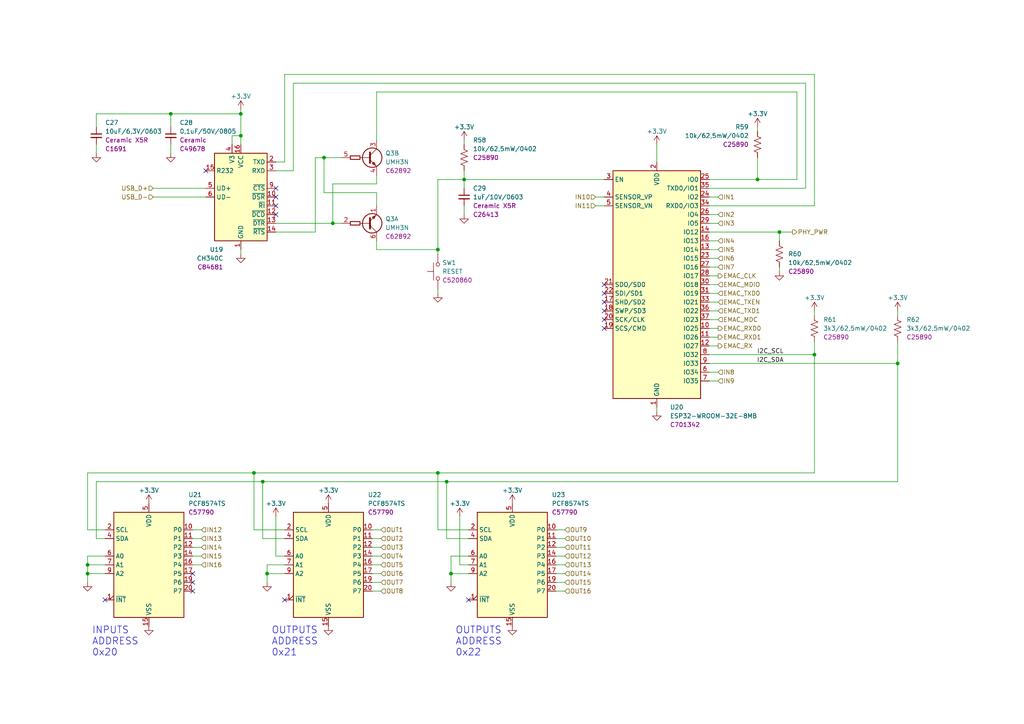
<source format=kicad_sch>
(kicad_sch (version 20211123) (generator eeschema)
  (paper "A4")
  (title_block (title "ESP 16x 24VDC Input 16x External Relay Output Module") (date "2022-10-20") (rev "V1"))
  (lib_symbols
    (symbol "Device:C_Small" (pin_numbers hide) (pin_names (offset 0.254) hide)
      (property "Reference" "C" (at 0.254 1.778 0))
      (property "Value" "C_Small" (at 0.254 -2.032 0))
      (symbol "C_Small_0_1"
        (polyline (pts (xy -1.524 -0.508) (xy 1.524 -0.508)) (stroke (width 0.3302)))
        (polyline (pts (xy -1.524 0.508) (xy 1.524 0.508)) (stroke (width 0.3048)))
      )
      (symbol "C_Small_1_1"
        (pin passive line (at 0 2.54 270) (length 2.032) (name "~") (number "1"))
        (pin passive line (at 0 -2.54 90) (length 2.032) (name "~") (number "2"))
      )
    )
    (symbol "Device:R_US" (pin_numbers hide) (pin_names (offset 0))
      (property "Reference" "R" (at 2.54 0 90))
      (property "Value" "R_US" (at -2.54 0 90))
      (symbol "R_US_0_1"
        (polyline (pts (xy 0 -2.286) (xy 0 -2.54)))
        (polyline (pts (xy 0 2.286) (xy 0 2.54)))
        (polyline (pts (xy 0 -0.762) (xy 1.016 -1.143) (xy 0 -1.524) (xy -1.016 -1.905) (xy 0 -2.286)))
        (polyline (pts (xy 0 0.762) (xy 1.016 0.381) (xy 0 0) (xy -1.016 -0.381) (xy 0 -0.762)))
        (polyline (pts (xy 0 2.286) (xy 1.016 1.905) (xy 0 1.524) (xy -1.016 1.143) (xy 0 0.762)))
      )
      (symbol "R_US_1_1"
        (pin passive line (at 0 3.81 270) (length 1.27) (name "~") (number "1"))
        (pin passive line (at 0 -3.81 90) (length 1.27) (name "~") (number "2"))
      )
    )
    (symbol "Interface_Expansion:PCF8574TS"
      (property "Reference" "U" (at -8.89 16.51 0))
      (property "Value" "PCF8574TS" (at 3.81 16.51 0))
      (symbol "PCF8574TS_0_1"
        (rectangle (start -10.16 15.24) (end 10.16 -15.24) (stroke (width 0.254)) (fill (type background)))
      )
      (symbol "PCF8574TS_1_1"
        (pin open_collector output_low (at -12.7 -10.16 0) (length 2.54) (name "~{INT}") (number "1"))
        (pin bidirectional line (at 12.7 10.16 180) (length 2.54) (name "P0") (number "10"))
        (pin bidirectional line (at 12.7 7.62 180) (length 2.54) (name "P1") (number "11"))
        (pin bidirectional line (at 12.7 5.08 180) (length 2.54) (name "P2") (number "12"))
        (pin no_connect line (at -10.16 -5.08 0) (length 2.54) hide (name "NC") (number "13"))
        (pin bidirectional line (at 12.7 2.54 180) (length 2.54) (name "P3") (number "14"))
        (pin power_in line (at 0 -17.78 90) (length 2.54) (name "VSS") (number "15"))
        (pin bidirectional line (at 12.7 0 180) (length 2.54) (name "P4") (number "16"))
        (pin bidirectional line (at 12.7 -2.54 180) (length 2.54) (name "P5") (number "17"))
        (pin no_connect line (at -10.16 -7.62 0) (length 2.54) hide (name "NC") (number "18"))
        (pin bidirectional line (at 12.7 -5.08 180) (length 2.54) (name "P6") (number "19"))
        (pin input line (at -12.7 10.16 0) (length 2.54) (name "SCL") (number "2"))
        (pin bidirectional line (at 12.7 -7.62 180) (length 2.54) (name "P7") (number "20"))
        (pin no_connect line (at 10.16 -10.16 180) (length 2.54) hide (name "NC") (number "3"))
        (pin bidirectional line (at -12.7 7.62 0) (length 2.54) (name "SDA") (number "4"))
        (pin power_in line (at 0 17.78 270) (length 2.54) (name "VDD") (number "5"))
        (pin input line (at -12.7 2.54 0) (length 2.54) (name "A0") (number "6"))
        (pin input line (at -12.7 0 0) (length 2.54) (name "A1") (number "7"))
        (pin no_connect line (at 10.16 -12.7 180) (length 2.54) hide (name "NC") (number "8"))
        (pin input line (at -12.7 -2.54 0) (length 2.54) (name "A2") (number "9"))
      )
    )
    (symbol "Interface_USB:CH340C"
      (property "Reference" "U" (at -5.08 13.97 0))
      (property "Value" "CH340C" (at 1.27 13.97 0))
      (symbol "CH340C_0_1"
        (rectangle (start -7.62 12.7) (end 7.62 -12.7) (stroke (width 0.254)) (fill (type background)))
      )
      (symbol "CH340C_1_1"
        (pin power_in line (at 0 -15.24 90) (length 2.54) (name "GND") (number "1"))
        (pin input line (at 10.16 0 180) (length 2.54) (name "~{DSR}") (number "10"))
        (pin input line (at 10.16 -2.54 180) (length 2.54) (name "~{RI}") (number "11"))
        (pin input line (at 10.16 -5.08 180) (length 2.54) (name "~{DCD}") (number "12"))
        (pin output line (at 10.16 -7.62 180) (length 2.54) (name "~{DTR}") (number "13"))
        (pin output line (at 10.16 -10.16 180) (length 2.54) (name "~{RTS}") (number "14"))
        (pin input line (at -10.16 7.62 0) (length 2.54) (name "R232") (number "15"))
        (pin power_in line (at 0 15.24 270) (length 2.54) (name "VCC") (number "16"))
        (pin output line (at 10.16 10.16 180) (length 2.54) (name "TXD") (number "2"))
        (pin input line (at 10.16 7.62 180) (length 2.54) (name "RXD") (number "3"))
        (pin passive line (at -2.54 15.24 270) (length 2.54) (name "V3") (number "4"))
        (pin bidirectional line (at -10.16 2.54 0) (length 2.54) (name "UD+") (number "5"))
        (pin bidirectional line (at -10.16 0 0) (length 2.54) (name "UD-") (number "6"))
        (pin no_connect line (at -7.62 -7.62 0) (length 2.54) hide (name "NC") (number "7"))
        (pin no_connect line (at -7.62 -10.16 0) (length 2.54) hide (name "NC") (number "8"))
        (pin input line (at 10.16 2.54 180) (length 2.54) (name "~{CTS}") (number "9"))
      )
    )
    (symbol "RF_Module:ESP32-WROOM-32"
      (property "Reference" "U" (at -12.7 34.29 0))
      (property "Value" "ESP32-WROOM-32" (at 1.27 34.29 0))
      (symbol "ESP32-WROOM-32_0_1"
        (rectangle (start -12.7 33.02) (end 12.7 -33.02) (stroke (width 0.254)) (fill (type background)))
      )
      (symbol "ESP32-WROOM-32_1_1"
        (pin power_in line (at 0 -35.56 90) (length 2.54) (name "GND") (number "1"))
        (pin bidirectional line (at 15.24 -12.7 180) (length 2.54) (name "IO25") (number "10"))
        (pin bidirectional line (at 15.24 -15.24 180) (length 2.54) (name "IO26") (number "11"))
        (pin bidirectional line (at 15.24 -17.78 180) (length 2.54) (name "IO27") (number "12"))
        (pin bidirectional line (at 15.24 10.16 180) (length 2.54) (name "IO14") (number "13"))
        (pin bidirectional line (at 15.24 15.24 180) (length 2.54) (name "IO12") (number "14"))
        (pin passive line (at 0 -35.56 90) (length 2.54) hide (name "GND") (number "15"))
        (pin bidirectional line (at 15.24 12.7 180) (length 2.54) (name "IO13") (number "16"))
        (pin bidirectional line (at -15.24 -5.08 0) (length 2.54) (name "SHD/SD2") (number "17"))
        (pin bidirectional line (at -15.24 -7.62 0) (length 2.54) (name "SWP/SD3") (number "18"))
        (pin bidirectional line (at -15.24 -12.7 0) (length 2.54) (name "SCS/CMD") (number "19"))
        (pin power_in line (at 0 35.56 270) (length 2.54) (name "VDD") (number "2"))
        (pin bidirectional line (at -15.24 -10.16 0) (length 2.54) (name "SCK/CLK") (number "20"))
        (pin bidirectional line (at -15.24 0 0) (length 2.54) (name "SDO/SD0") (number "21"))
        (pin bidirectional line (at -15.24 -2.54 0) (length 2.54) (name "SDI/SD1") (number "22"))
        (pin bidirectional line (at 15.24 7.62 180) (length 2.54) (name "IO15") (number "23"))
        (pin bidirectional line (at 15.24 25.4 180) (length 2.54) (name "IO2") (number "24"))
        (pin bidirectional line (at 15.24 30.48 180) (length 2.54) (name "IO0") (number "25"))
        (pin bidirectional line (at 15.24 20.32 180) (length 2.54) (name "IO4") (number "26"))
        (pin bidirectional line (at 15.24 5.08 180) (length 2.54) (name "IO16") (number "27"))
        (pin bidirectional line (at 15.24 2.54 180) (length 2.54) (name "IO17") (number "28"))
        (pin bidirectional line (at 15.24 17.78 180) (length 2.54) (name "IO5") (number "29"))
        (pin input line (at -15.24 30.48 0) (length 2.54) (name "EN") (number "3"))
        (pin bidirectional line (at 15.24 0 180) (length 2.54) (name "IO18") (number "30"))
        (pin bidirectional line (at 15.24 -2.54 180) (length 2.54) (name "IO19") (number "31"))
        (pin no_connect line (at -12.7 -27.94 0) (length 2.54) hide (name "NC") (number "32"))
        (pin bidirectional line (at 15.24 -5.08 180) (length 2.54) (name "IO21") (number "33"))
        (pin bidirectional line (at 15.24 22.86 180) (length 2.54) (name "RXD0/IO3") (number "34"))
        (pin bidirectional line (at 15.24 27.94 180) (length 2.54) (name "TXD0/IO1") (number "35"))
        (pin bidirectional line (at 15.24 -7.62 180) (length 2.54) (name "IO22") (number "36"))
        (pin bidirectional line (at 15.24 -10.16 180) (length 2.54) (name "IO23") (number "37"))
        (pin passive line (at 0 -35.56 90) (length 2.54) hide (name "GND") (number "38"))
        (pin passive line (at 0 -35.56 90) (length 2.54) hide (name "GND") (number "39"))
        (pin input line (at -15.24 25.4 0) (length 2.54) (name "SENSOR_VP") (number "4"))
        (pin input line (at -15.24 22.86 0) (length 2.54) (name "SENSOR_VN") (number "5"))
        (pin input line (at 15.24 -25.4 180) (length 2.54) (name "IO34") (number "6"))
        (pin input line (at 15.24 -27.94 180) (length 2.54) (name "IO35") (number "7"))
        (pin bidirectional line (at 15.24 -20.32 180) (length 2.54) (name "IO32") (number "8"))
        (pin bidirectional line (at 15.24 -22.86 180) (length 2.54) (name "IO33") (number "9"))
      )
    )
    (symbol "Switch:SW_Push" (pin_numbers hide) (pin_names (offset 1.016) hide)
      (property "Reference" "SW" (at 1.27 2.54 0))
      (property "Value" "SW_Push" (at 0 -1.524 0))
      (symbol "SW_Push_0_1"
        (circle (center -2.032 0) (radius 0.508))
        (polyline (pts (xy 0 1.27) (xy 0 3.048)))
        (polyline (pts (xy 2.54 1.27) (xy -2.54 1.27)))
        (circle (center 2.032 0) (radius 0.508))
        (pin passive line (at -5.08 0 0) (length 2.54) (name "1") (number "1"))
        (pin passive line (at 5.08 0 180) (length 2.54) (name "2") (number "2"))
      )
    )
    (symbol "Tales:+3.3V" (power) (pin_names (offset 0))
      (property "Value" "+3.3V" (at 0 3.556 0))
      (symbol "+3.3V_0_1"
        (polyline (pts (xy -0.762 1.27) (xy 0 2.54)))
        (polyline (pts (xy 0 0) (xy 0 2.54)))
        (polyline (pts (xy 0 2.54) (xy 0.762 1.27)))
      )
      (symbol "+3.3V_1_1"
        (pin power_in line (at 0 0 90) (length 0) hide (name "+3.3V") (number "1"))
      )
    )
    (symbol "Transistor_BJT:UMH3N" (pin_names hide)
      (property "Reference" "Q" (at 7.62 1.27 0))
      (property "Value" "UMH3N" (at 7.62 -1.27 0))
      (symbol "UMH3N_0_1"
        (polyline (pts (xy 3.175 0) (xy 0.254 0)))
        (polyline (pts (xy 3.175 0.635) (xy 5.08 2.54)))
        (polyline (pts (xy 3.175 1.524) (xy 3.175 -1.524)) (stroke (width 0.508)))
        (polyline (pts (xy 3.175 -0.635) (xy 5.08 -2.54) (xy 5.08 -2.54)))
        (polyline (pts (xy 3.81 -1.778) (xy 4.318 -1.27) (xy 4.826 -2.286) (xy 3.81 -1.778) (xy 3.81 -1.778)) (fill (type outline)))
        (rectangle (start 0.254 0.508) (end -2.54 -0.508) (stroke (width 0.254)))
        (circle (center 3.81 0) (radius 2.8194) (stroke (width 0.254)))
      )
      (symbol "UMH3N_1_1"
        (pin passive line (at 5.08 -5.08 90) (length 2.54) (name "E1") (number "1"))
        (pin input line (at -5.08 0 0) (length 2.54) (name "B1") (number "2"))
        (pin passive line (at 5.08 5.08 270) (length 2.54) (name "C1") (number "6"))
      )
      (symbol "UMH3N_2_1"
        (pin passive line (at 5.08 5.08 270) (length 2.54) (name "C2") (number "3"))
        (pin passive line (at 5.08 -5.08 90) (length 2.54) (name "E2") (number "4"))
        (pin input line (at -5.08 0 0) (length 2.54) (name "B2") (number "5"))
      )
    )
    (symbol "power:+3.3V" (power) (pin_names (offset 0))
      (property "Value" "+3.3V" (at 0 3.556 0))
      (symbol "+3.3V_0_1"
        (polyline (pts (xy -0.762 1.27) (xy 0 2.54)))
        (polyline (pts (xy 0 0) (xy 0 2.54)))
        (polyline (pts (xy 0 2.54) (xy 0.762 1.27)))
      )
      (symbol "+3.3V_1_1"
        (pin power_in line (at 0 0 90) (length 0) hide (name "+3.3V") (number "1"))
      )
    )
    (symbol "power:GND" (power) (pin_names (offset 0))
      (property "Value" "GND" (at 0 -3.81 0))
      (symbol "GND_0_1"
        (polyline (pts (xy 0 0) (xy 0 -1.27) (xy 1.27 -1.27) (xy 0 -2.54) (xy -1.27 -1.27) (xy 0 -1.27)))
      )
      (symbol "GND_1_1"
        (pin power_in line (at 0 0 270) (length 0) hide (name "GND") (number "1"))
      )
    )
  )
  (junction (at 69.85 33.02))
  (junction (at 77.47 166.37))
  (junction (at 236.22 102.87))
  (junction (at 129.54 139.7))
  (junction (at 127 137.16))
  (junction (at 49.53 33.02))
  (junction (at 260.35 105.41))
  (junction (at 134.62 52.07))
  (junction (at 73.66 137.16))
  (junction (at 130.81 166.37))
  (junction (at 219.71 52.07))
  (junction (at 76.2 139.7))
  (junction (at 93.98 45.72))
  (junction (at 25.4 166.37))
  (junction (at 96.52 64.77))
  (junction (at 69.85 39.37))
  (junction (at 226.06 67.31))
  (junction (at 127 72.39))
  (junction (at 25.4 163.83))
  (no_connect (at 175.26 95.25))
  (no_connect (at 80.01 57.15))
  (no_connect (at 135.89 173.99))
  (no_connect (at 55.88 166.37))
  (no_connect (at 175.26 82.55))
  (no_connect (at 80.01 62.23))
  (no_connect (at 59.69 49.53))
  (no_connect (at 175.26 87.63))
  (no_connect (at 175.26 90.17))
  (no_connect (at 55.88 168.91))
  (no_connect (at 80.01 59.69))
  (no_connect (at 55.88 171.45))
  (no_connect (at 82.55 173.99))
  (no_connect (at 80.01 54.61))
  (no_connect (at 175.26 92.71))
  (no_connect (at 30.48 173.99))
  (no_connect (at 175.26 85.09))
  (wire (pts (xy 134.62 59.69) (xy 134.62 62.23)))
  (wire (pts (xy 205.74 90.17) (xy 208.28 90.17)))
  (wire (pts (xy 205.74 110.49) (xy 208.28 110.49)))
  (wire (pts (xy 260.35 105.41) (xy 260.35 139.7)))
  (wire (pts (xy 27.94 41.91) (xy 27.94 44.45)))
  (wire (pts (xy 69.85 72.39) (xy 69.85 73.66)))
  (wire (pts (xy 161.29 153.67) (xy 163.83 153.67)))
  (wire (pts (xy 91.44 67.31) (xy 91.44 45.72)))
  (wire (pts (xy 135.89 156.21) (xy 129.54 156.21)))
  (wire (pts (xy 161.29 163.83) (xy 163.83 163.83)))
  (wire (pts (xy 161.29 158.75) (xy 163.83 158.75)))
  (wire (pts (xy 175.26 57.15) (xy 172.72 57.15)))
  (wire (pts (xy 25.4 166.37) (xy 30.48 166.37)))
  (wire (pts (xy 55.88 161.29) (xy 58.42 161.29)))
  (wire (pts (xy 205.74 95.25) (xy 208.28 95.25)))
  (wire (pts (xy 27.94 156.21) (xy 27.94 139.7)))
  (wire (pts (xy 205.74 69.85) (xy 208.28 69.85)))
  (wire (pts (xy 44.45 57.15) (xy 59.69 57.15)))
  (wire (pts (xy 205.74 64.77) (xy 208.28 64.77)))
  (wire (pts (xy 77.47 163.83) (xy 77.47 166.37)))
  (wire (pts (xy 205.74 74.93) (xy 208.28 74.93)))
  (wire (pts (xy 109.22 26.67) (xy 231.14 26.67)))
  (wire (pts (xy 134.62 54.61) (xy 134.62 52.07)))
  (wire (pts (xy 133.35 149.86) (xy 133.35 163.83)))
  (wire (pts (xy 55.88 163.83) (xy 58.42 163.83)))
  (wire (pts (xy 134.62 40.64) (xy 134.62 41.91)))
  (wire (pts (xy 205.74 100.33) (xy 208.28 100.33)))
  (wire (pts (xy 130.81 166.37) (xy 135.89 166.37)))
  (wire (pts (xy 55.88 158.75) (xy 58.42 158.75)))
  (wire (pts (xy 205.74 92.71) (xy 208.28 92.71)))
  (wire (pts (xy 205.74 82.55) (xy 208.28 82.55)))
  (wire (pts (xy 236.22 90.17) (xy 236.22 91.44)))
  (wire (pts (xy 205.74 87.63) (xy 208.28 87.63)))
  (wire (pts (xy 44.45 54.61) (xy 59.69 54.61)))
  (wire (pts (xy 130.81 161.29) (xy 130.81 166.37)))
  (wire (pts (xy 127 153.67) (xy 127 137.16)))
  (wire (pts (xy 130.81 166.37) (xy 130.81 168.91)))
  (wire (pts (xy 107.95 166.37) (xy 110.49 166.37)))
  (wire (pts (xy 69.85 33.02) (xy 69.85 39.37)))
  (wire (pts (xy 76.2 156.21) (xy 76.2 139.7)))
  (wire (pts (xy 107.95 168.91) (xy 110.49 168.91)))
  (wire (pts (xy 205.74 67.31) (xy 226.06 67.31)))
  (wire (pts (xy 69.85 39.37) (xy 69.85 41.91)))
  (wire (pts (xy 190.5 41.91) (xy 190.5 46.99)))
  (wire (pts (xy 80.01 49.53) (xy 85.09 49.53)))
  (wire (pts (xy 226.06 67.31) (xy 229.87 67.31)))
  (wire (pts (xy 82.55 156.21) (xy 76.2 156.21)))
  (wire (pts (xy 77.47 166.37) (xy 77.47 168.91)))
  (wire (pts (xy 93.98 45.72) (xy 99.06 45.72)))
  (wire (pts (xy 85.09 24.13) (xy 85.09 49.53)))
  (wire (pts (xy 233.68 24.13) (xy 233.68 54.61)))
  (wire (pts (xy 76.2 139.7) (xy 129.54 139.7)))
  (wire (pts (xy 49.53 33.02) (xy 69.85 33.02)))
  (wire (pts (xy 205.74 77.47) (xy 208.28 77.47)))
  (wire (pts (xy 109.22 40.64) (xy 109.22 26.67)))
  (wire (pts (xy 107.95 171.45) (xy 110.49 171.45)))
  (wire (pts (xy 127 137.16) (xy 236.22 137.16)))
  (wire (pts (xy 190.5 118.11) (xy 190.5 119.38)))
  (wire (pts (xy 80.01 46.99) (xy 82.55 46.99)))
  (wire (pts (xy 205.74 80.01) (xy 208.28 80.01)))
  (wire (pts (xy 30.48 153.67) (xy 25.4 153.67)))
  (wire (pts (xy 25.4 137.16) (xy 73.66 137.16)))
  (wire (pts (xy 231.14 52.07) (xy 219.71 52.07)))
  (wire (pts (xy 80.01 149.86) (xy 80.01 161.29)))
  (wire (pts (xy 161.29 166.37) (xy 163.83 166.37)))
  (wire (pts (xy 82.55 21.59) (xy 236.22 21.59)))
  (wire (pts (xy 93.98 45.72) (xy 93.98 55.88)))
  (wire (pts (xy 49.53 41.91) (xy 49.53 44.45)))
  (wire (pts (xy 219.71 45.72) (xy 219.71 52.07)))
  (wire (pts (xy 161.29 156.21) (xy 163.83 156.21)))
  (wire (pts (xy 134.62 52.07) (xy 175.26 52.07)))
  (wire (pts (xy 73.66 153.67) (xy 73.66 137.16)))
  (wire (pts (xy 107.95 158.75) (xy 110.49 158.75)))
  (wire (pts (xy 91.44 45.72) (xy 93.98 45.72)))
  (wire (pts (xy 135.89 161.29) (xy 130.81 161.29)))
  (wire (pts (xy 27.94 139.7) (xy 76.2 139.7)))
  (wire (pts (xy 161.29 171.45) (xy 163.83 171.45)))
  (wire (pts (xy 205.74 62.23) (xy 208.28 62.23)))
  (wire (pts (xy 80.01 161.29) (xy 82.55 161.29)))
  (wire (pts (xy 27.94 36.83) (xy 27.94 33.02)))
  (wire (pts (xy 80.01 64.77) (xy 96.52 64.77)))
  (wire (pts (xy 49.53 33.02) (xy 49.53 36.83)))
  (wire (pts (xy 25.4 161.29) (xy 25.4 163.83)))
  (wire (pts (xy 233.68 54.61) (xy 205.74 54.61)))
  (wire (pts (xy 135.89 163.83) (xy 133.35 163.83)))
  (wire (pts (xy 96.52 53.34) (xy 96.52 64.77)))
  (wire (pts (xy 107.95 163.83) (xy 110.49 163.83)))
  (wire (pts (xy 109.22 53.34) (xy 96.52 53.34)))
  (wire (pts (xy 226.06 77.47) (xy 226.06 78.74)))
  (wire (pts (xy 69.85 31.75) (xy 69.85 33.02)))
  (wire (pts (xy 175.26 59.69) (xy 172.72 59.69)))
  (wire (pts (xy 226.06 67.31) (xy 226.06 69.85)))
  (wire (pts (xy 236.22 59.69) (xy 205.74 59.69)))
  (wire (pts (xy 161.29 161.29) (xy 163.83 161.29)))
  (wire (pts (xy 109.22 55.88) (xy 93.98 55.88)))
  (wire (pts (xy 25.4 161.29) (xy 30.48 161.29)))
  (wire (pts (xy 82.55 163.83) (xy 77.47 163.83)))
  (wire (pts (xy 129.54 139.7) (xy 260.35 139.7)))
  (wire (pts (xy 135.89 153.67) (xy 127 153.67)))
  (wire (pts (xy 205.74 105.41) (xy 260.35 105.41)))
  (wire (pts (xy 27.94 33.02) (xy 49.53 33.02)))
  (wire (pts (xy 205.74 57.15) (xy 208.28 57.15)))
  (wire (pts (xy 67.31 41.91) (xy 67.31 39.37)))
  (wire (pts (xy 107.95 156.21) (xy 110.49 156.21)))
  (wire (pts (xy 107.95 153.67) (xy 110.49 153.67)))
  (wire (pts (xy 205.74 102.87) (xy 236.22 102.87)))
  (wire (pts (xy 25.4 163.83) (xy 25.4 166.37)))
  (wire (pts (xy 82.55 153.67) (xy 73.66 153.67)))
  (wire (pts (xy 127 72.39) (xy 127 73.66)))
  (wire (pts (xy 109.22 69.85) (xy 109.22 72.39)))
  (wire (pts (xy 82.55 46.99) (xy 82.55 21.59)))
  (wire (pts (xy 129.54 156.21) (xy 129.54 139.7)))
  (wire (pts (xy 260.35 90.17) (xy 260.35 91.44)))
  (wire (pts (xy 134.62 49.53) (xy 134.62 52.07)))
  (wire (pts (xy 205.74 85.09) (xy 208.28 85.09)))
  (wire (pts (xy 25.4 166.37) (xy 25.4 168.91)))
  (wire (pts (xy 236.22 21.59) (xy 236.22 59.69)))
  (wire (pts (xy 161.29 168.91) (xy 163.83 168.91)))
  (wire (pts (xy 231.14 26.67) (xy 231.14 52.07)))
  (wire (pts (xy 55.88 153.67) (xy 58.42 153.67)))
  (wire (pts (xy 260.35 99.06) (xy 260.35 105.41)))
  (wire (pts (xy 205.74 72.39) (xy 208.28 72.39)))
  (wire (pts (xy 73.66 137.16) (xy 127 137.16)))
  (wire (pts (xy 30.48 163.83) (xy 25.4 163.83)))
  (wire (pts (xy 109.22 59.69) (xy 109.22 55.88)))
  (wire (pts (xy 107.95 161.29) (xy 110.49 161.29)))
  (wire (pts (xy 205.74 97.79) (xy 208.28 97.79)))
  (wire (pts (xy 30.48 156.21) (xy 27.94 156.21)))
  (wire (pts (xy 219.71 36.83) (xy 219.71 38.1)))
  (wire (pts (xy 25.4 153.67) (xy 25.4 137.16)))
  (wire (pts (xy 109.22 72.39) (xy 127 72.39)))
  (wire (pts (xy 80.01 67.31) (xy 91.44 67.31)))
  (wire (pts (xy 127 83.82) (xy 127 85.09)))
  (wire (pts (xy 55.88 156.21) (xy 58.42 156.21)))
  (wire (pts (xy 109.22 50.8) (xy 109.22 53.34)))
  (wire (pts (xy 127 52.07) (xy 134.62 52.07)))
  (wire (pts (xy 219.71 52.07) (xy 205.74 52.07)))
  (wire (pts (xy 236.22 99.06) (xy 236.22 102.87)))
  (wire (pts (xy 236.22 137.16) (xy 236.22 102.87)))
  (wire (pts (xy 77.47 166.37) (xy 82.55 166.37)))
  (wire (pts (xy 85.09 24.13) (xy 233.68 24.13)))
  (wire (pts (xy 96.52 64.77) (xy 99.06 64.77)))
  (wire (pts (xy 127 72.39) (xy 127 52.07)))
  (wire (pts (xy 205.74 107.95) (xy 208.28 107.95)))
  (wire (pts (xy 67.31 39.37) (xy 69.85 39.37)))
  (text "OUTPUTS\nADDRESS\n0x21" (at 78.74 190.5 0) (effects (font (size 2 2)) (justify left bottom)))
  (text "OUTPUTS\nADDRESS\n0x22" (at 132.08 190.5 0) (effects (font (size 2 2)) (justify left bottom)))
  (text "INPUTS\nADDRESS\n0x20" (at 26.67 190.5 0) (effects (font (size 2 2)) (justify left bottom)))
  (label "I2C_SCL" (at 227.33 102.87 180))
  (label "I2C_SDA" (at 227.33 105.41 180))
  (hierarchical_label "IN4" (shape input) (at 208.28 69.85 0))
  (hierarchical_label "OUT9" (shape input) (at 163.83 153.67 0))
  (hierarchical_label "IN5" (shape input) (at 208.28 72.39 0))
  (hierarchical_label "PHY_PWR" (shape output) (at 229.87 67.31 0))
  (hierarchical_label "IN8" (shape input) (at 208.28 107.95 0))
  (hierarchical_label "IN9" (shape input) (at 208.28 110.49 0))
  (hierarchical_label "EMAC_MDIO" (shape input) (at 208.28 82.55 0))
  (hierarchical_label "EMAC_TXD1" (shape input) (at 208.28 90.17 0))
  (hierarchical_label "EMAC_RX" (shape output) (at 208.28 100.33 0))
  (hierarchical_label "OUT16" (shape input) (at 163.83 171.45 0))
  (hierarchical_label "IN6" (shape input) (at 208.28 74.93 0))
  (hierarchical_label "EMAC_CLK" (shape output) (at 208.28 80.01 0))
  (hierarchical_label "IN14" (shape input) (at 58.42 158.75 0))
  (hierarchical_label "OUT8" (shape input) (at 110.49 171.45 0))
  (hierarchical_label "OUT2" (shape input) (at 110.49 156.21 0))
  (hierarchical_label "IN16" (shape input) (at 58.42 163.83 0))
  (hierarchical_label "EMAC_RXD1" (shape output) (at 208.28 97.79 0))
  (hierarchical_label "OUT15" (shape input) (at 163.83 168.91 0))
  (hierarchical_label "EMAC_TXEN" (shape input) (at 208.28 87.63 0))
  (hierarchical_label "IN15" (shape input) (at 58.42 161.29 0))
  (hierarchical_label "EMAC_RXD0" (shape output) (at 208.28 95.25 0))
  (hierarchical_label "IN11" (shape input) (at 172.72 59.69 180))
  (hierarchical_label "OUT3" (shape input) (at 110.49 158.75 0))
  (hierarchical_label "OUT6" (shape input) (at 110.49 166.37 0))
  (hierarchical_label "IN12" (shape input) (at 58.42 153.67 0))
  (hierarchical_label "IN13" (shape input) (at 58.42 156.21 0))
  (hierarchical_label "EMAC_TXD0" (shape input) (at 208.28 85.09 0))
  (hierarchical_label "OUT7" (shape input) (at 110.49 168.91 0))
  (hierarchical_label "OUT13" (shape input) (at 163.83 163.83 0))
  (hierarchical_label "IN2" (shape input) (at 208.28 62.23 0))
  (hierarchical_label "OUT4" (shape input) (at 110.49 161.29 0))
  (hierarchical_label "EMAC_MDC" (shape input) (at 208.28 92.71 0))
  (hierarchical_label "OUT12" (shape input) (at 163.83 161.29 0))
  (hierarchical_label "IN10" (shape input) (at 172.72 57.15 180))
  (hierarchical_label "OUT11" (shape input) (at 163.83 158.75 0))
  (hierarchical_label "OUT10" (shape input) (at 163.83 156.21 0))
  (hierarchical_label "OUT5" (shape input) (at 110.49 163.83 0))
  (hierarchical_label "IN3" (shape input) (at 208.28 64.77 0))
  (hierarchical_label "OUT14" (shape input) (at 163.83 166.37 0))
  (hierarchical_label "OUT1" (shape input) (at 110.49 153.67 0))
  (hierarchical_label "USB_D+" (shape input) (at 44.45 54.61 180))
  (hierarchical_label "USB_D-" (shape input) (at 44.45 57.15 180))
  (hierarchical_label "IN1" (shape input) (at 208.28 57.15 0))
  (hierarchical_label "IN7" (shape input) (at 208.28 77.47 0))
  (symbol (lib_id "power:+3.3V") (at 260.35 90.17 0) (unit 1)
    (property "Reference" "#PWR0172" (effects hide))
    (property "Value" "+3.3V" (at 260.35 86.36 0))
  )
  (symbol (lib_id "power:GND") (at 77.47 168.91 0) (unit 1)
    (property "Reference" "#PWR0156" (effects hide))
    (property "Value" "GNDREF" (effects hide))
  )
  (symbol (lib_id "Interface_Expansion:PCF8574TS") (at 95.25 163.83 0) (unit 1)
    (property "Reference" "U22" (at 106.68 143.51 0) (effects (justify left)))
    (property "Value" "PCF8574TS" (at 106.68 146.05 0) (effects (justify left)))
    (property "Footprint" "Tales:SSOP-20_4.4x6.5mm_P0.65mm" (effects hide))
    (property "Datasheet" "http://www.nxp.com/documents/data_sheet/PCF8574_PCF8574A.pdf" (effects hide))
    (property "Case" "SSOP-20" (effects hide))
    (property "JLCPCB BOM" "1" (effects hide))
    (property "LCSC Part #" "C57790" (at 106.68 148.59 0) (effects (justify left)))
    (property "Mfr" "NXP" (effects hide))
    (property "Mfr PN" "PCF8574TS/3,118" (effects hide))
    (property "Vendor" "JLCPCB" (effects hide))
    (property "Vendor PN" "C57790" (effects hide))
  )
  (symbol (lib_id "power:+3.3V") (at 80.01 149.86 0) (unit 1)
    (property "Reference" "#PWR0157" (effects hide))
    (property "Value" "+3.3V" (at 80.01 146.05 0))
  )
  (symbol (lib_id "Device:C_Small") (at 134.62 57.15 0) (unit 1)
    (property "Reference" "C29" (at 137.16 54.6162 0) (effects (justify left)))
    (property "Value" "1uF/10V/0603" (at 137.16 57.1562 0) (effects (justify left)))
    (property "Footprint" "Tales:C_0603_1608Metric" (effects hide))
    (property "Case" "0603/1608" (effects hide))
    (property "JLCPCB BOM" "1" (effects hide))
    (property "LCSC Part #" "C26413" (at 137.16 62.23 0) (effects (justify left)))
    (property "Mfr" "Samsung" (effects hide))
    (property "Mfr PN" "CL10A105KP8NNNC" (effects hide))
    (property "Technology" "Ceramic X5R" (at 137.16 59.69 0) (effects (justify left)))
    (property "Vendor" "JLCPCB" (effects hide))
    (property "Vendor PN" "C26413" (effects hide))
  )
  (symbol (lib_id "Device:R_US") (at 219.71 41.91 0) (unit 1)
    (property "Reference" "R59" (at 217.17 36.83 0) (effects (justify right)))
    (property "Value" "10k/62,5mW/0402" (at 217.17 39.37 0) (effects (justify right)))
    (property "Footprint" "Tales:R_0402_1005Metric" (effects hide))
    (property "Case" "0402/1005" (effects hide))
    (property "Mfr" "Uniroyal" (effects hide))
    (property "Vendor" "JLCPCB" (effects hide))
    (property "Mfr PN" "0402WGF1002TCE" (effects hide))
    (property "Vendor PN" "C25890" (effects hide))
    (property "LCSC Part #" "C25890" (at 217.17 41.91 0) (effects (justify right)))
    (property "JLCPCB BOM" "1" (effects hide))
  )
  (symbol (lib_id "power:+3.3V") (at 148.59 146.05 0) (unit 1)
    (property "Reference" "#PWR0165" (effects hide))
    (property "Value" "+3.3V" (at 148.59 142.24 0))
  )
  (symbol (lib_id "power:GND") (at 49.53 44.45 0) (unit 1)
    (property "Reference" "#PWR0153" (effects hide))
    (property "Value" "GNDREF" (effects hide))
  )
  (symbol (lib_id "power:GND") (at 148.59 181.61 0) (unit 1)
    (property "Reference" "#PWR0166" (effects hide))
    (property "Value" "GNDREF" (effects hide))
  )
  (symbol (lib_id "Transistor_BJT:UMH3N") (at 104.14 45.72 0) (unit 2)
    (property "Reference" "Q3" (at 111.76 44.4499 0) (effects (justify left)))
    (property "Value" "UMH3N" (at 111.76 46.9899 0) (effects (justify left)))
    (property "Footprint" "Tales:SOT-363_SC-70-6" (effects hide))
    (property "Datasheet" "http://rohmfs.rohm.com/en/products/databook/datasheet/discrete/transistor/digital/emh3t2r-e.pdf" (effects hide))
    (property "JLCPCB BOM" "1" (effects hide))
    (property "LCSC Part #" "C62892" (at 111.76 49.53 0) (effects (justify left)))
    (property "Vendor" "JLCPCB" (effects hide))
    (property "Vendor PN" "C62892" (effects hide))
    (property "Case" "SOT-363" (effects hide))
    (property "Mfr" "Jiangsu" (effects hide))
    (property "Mfr PN" "UMH3N" (effects hide))
  )
  (symbol (lib_id "Device:R_US") (at 226.06 73.66 0) (unit 1)
    (property "Reference" "R60" (at 228.6 73.66 0) (effects (justify left)))
    (property "Value" "10k/62,5mW/0402" (at 228.6 76.2 0) (effects (justify left)))
    (property "Footprint" "Tales:R_0402_1005Metric" (effects hide))
    (property "Case" "0402/1005" (effects hide))
    (property "Mfr" "Uniroyal" (effects hide))
    (property "Vendor" "JLCPCB" (effects hide))
    (property "Mfr PN" "0402WGF1002TCE" (effects hide))
    (property "Vendor PN" "C25890" (effects hide))
    (property "LCSC Part #" "C25890" (at 228.6 78.74 0) (effects (justify left)))
    (property "JLCPCB BOM" "1" (effects hide))
  )
  (symbol (lib_id "Device:C_Small") (at 27.94 39.37 0) (unit 1)
    (property "Reference" "C27" (at 30.48 35.56 0) (effects (justify left)))
    (property "Value" "10uF/6,3V/0603" (at 30.48 38.1 0) (effects (justify left)))
    (property "Footprint" "Tales:C_0603_1608Metric" (effects hide))
    (property "Technology" "Ceramic X5R" (at 30.48 40.64 0) (effects (justify left)))
    (property "Case" "0603/1608" (effects hide))
    (property "Mfr" "Samsung" (effects hide))
    (property "Mfr PN" "CL10A106MQ8NNNC" (effects hide))
    (property "Vendor" "JLCPCB" (effects hide))
    (property "Vendor PN" "C1691" (effects hide))
    (property "LCSC Part #" "C1691" (at 30.48 43.18 0) (effects (justify left)))
    (property "JLCPCB BOM" "1" (effects hide))
  )
  (symbol (lib_id "Transistor_BJT:UMH3N") (at 104.14 64.77 0) (mirror x) (unit 1)
    (property "Reference" "Q3" (at 111.76 63.4999 0) (effects (justify left)))
    (property "Value" "UMH3N" (at 111.76 66.0399 0) (effects (justify left)))
    (property "Footprint" "Tales:SOT-363_SC-70-6" (effects hide))
    (property "Datasheet" "http://rohmfs.rohm.com/en/products/databook/datasheet/discrete/transistor/digital/emh3t2r-e.pdf" (effects hide))
    (property "JLCPCB BOM" "1" (effects hide))
    (property "LCSC Part #" "C62892" (at 111.76 68.58 0) (effects (justify left)))
    (property "Vendor" "JLCPCB" (effects hide))
    (property "Vendor PN" "C62892" (effects hide))
    (property "Case" "SOT-363" (effects hide))
    (property "Mfr" "Jiangsu" (effects hide))
    (property "Mfr PN" "UMH3N" (effects hide))
  )
  (symbol (lib_id "power:GND") (at 226.06 78.74 0) (unit 1)
    (property "Reference" "#PWR0170" (effects hide))
    (property "Value" "GNDREF" (effects hide))
  )
  (symbol (lib_id "Device:R_US") (at 260.35 95.25 0) (unit 1)
    (property "Reference" "R62" (at 262.89 92.71 0) (effects (justify left)))
    (property "Value" "3k3/62,5mW/0402" (at 262.89 95.25 0) (effects (justify left)))
    (property "Footprint" "Tales:R_0402_1005Metric" (effects hide))
    (property "Case" "0402/1005" (effects hide))
    (property "Mfr" "Uniroyal" (effects hide))
    (property "Vendor" "JLCPCB" (effects hide))
    (property "Mfr PN" "0402WGF3301TCE" (effects hide))
    (property "Vendor PN" "C25890" (effects hide))
    (property "LCSC Part #" "C25890" (at 262.89 97.79 0) (effects (justify left)))
    (property "JLCPCB BOM" "1" (effects hide))
  )
  (symbol (lib_id "Switch:SW_Push") (at 127 78.74 90) (unit 1)
    (property "Reference" "SW1" (at 128.27 76.2 90) (effects (justify right)))
    (property "Value" "RESET" (at 128.27 78.74 90) (effects (justify right)))
    (property "Footprint" "Tales:SW_SPST_Yuandi_TS1092SB3D2G" (effects hide))
    (property "JLCPCB BOM" "1" (effects hide))
    (property "LCSC Part #" "C520860" (at 128.27 81.2801 90) (effects (justify right)))
    (property "Mfr" "Yuandi" (effects hide))
    (property "Mfr PN" "TS-1092S-B3D2-G" (effects hide))
    (property "Vendor" "JLCPCB" (effects hide))
    (property "Vendor PN" "C520860" (effects hide))
  )
  (symbol (lib_id "power:+3.3V") (at 95.25 146.05 0) (unit 1)
    (property "Reference" "#PWR0158" (effects hide))
    (property "Value" "+3.3V" (at 95.25 142.24 0))
  )
  (symbol (lib_id "power:GND") (at 25.4 168.91 0) (unit 1)
    (property "Reference" "#PWR0149" (effects hide))
    (property "Value" "GNDREF" (effects hide))
  )
  (symbol (lib_id "Device:R_US") (at 134.62 45.72 0) (unit 1)
    (property "Reference" "R58" (at 137.16 40.64 0) (effects (justify left)))
    (property "Value" "10k/62,5mW/0402" (at 137.16 43.18 0) (effects (justify left)))
    (property "Footprint" "Tales:R_0402_1005Metric" (effects hide))
    (property "Case" "0402/1005" (effects hide))
    (property "Mfr" "Uniroyal" (effects hide))
    (property "Vendor" "JLCPCB" (effects hide))
    (property "Mfr PN" "0402WGF1002TCE" (effects hide))
    (property "Vendor PN" "C25890" (effects hide))
    (property "LCSC Part #" "C25890" (at 137.16 45.72 0) (effects (justify left)))
    (property "JLCPCB BOM" "1" (effects hide))
  )
  (symbol (lib_id "power:GND") (at 27.94 44.45 0) (unit 1)
    (property "Reference" "#PWR0150" (effects hide))
    (property "Value" "GNDREF" (effects hide))
  )
  (symbol (lib_id "power:+3.3V") (at 69.85 31.75 0) (unit 1)
    (property "Reference" "#PWR0154" (effects hide))
    (property "Value" "+3.3V" (at 69.85 27.94 0))
  )
  (symbol (lib_id "power:+3.3V") (at 134.62 40.64 0) (unit 1)
    (property "Reference" "#PWR0163" (effects hide))
    (property "Value" "+3.3V" (at 134.62 36.83 0))
  )
  (symbol (lib_id "power:+3.3V") (at 133.35 149.86 0) (unit 1)
    (property "Reference" "#PWR0162" (effects hide))
    (property "Value" "+3.3V" (at 133.35 146.05 0))
  )
  (symbol (lib_id "Interface_USB:CH340C") (at 69.85 57.15 0) (unit 1)
    (property "Reference" "U19" (at 64.77 72.39 0) (effects (justify right)))
    (property "Value" "CH340C" (at 64.77 74.93 0) (effects (justify right)))
    (property "Footprint" "Package_SO:SOIC-16_3.9x9.9mm_P1.27mm" (effects hide))
    (property "Datasheet" "https://datasheet.lcsc.com/szlcsc/Jiangsu-Qin-Heng-CH340C_C84681.pdf" (effects hide))
    (property "Case" "SOIC-16" (effects hide))
    (property "JLCPCB BOM" "1" (effects hide))
    (property "LCSC Part #" "C84681" (at 64.77 77.47 0) (effects (justify right)))
    (property "Mfr" "WCH" (effects hide))
    (property "Mfr PN" "CH340C" (effects hide))
    (property "Vendor" "JLCPCB" (effects hide))
    (property "Vendor PN" "C84681" (effects hide))
  )
  (symbol (lib_id "power:GND") (at 95.25 181.61 0) (unit 1)
    (property "Reference" "#PWR0159" (effects hide))
    (property "Value" "GNDREF" (effects hide))
  )
  (symbol (lib_id "power:GND") (at 69.85 73.66 0) (unit 1)
    (property "Reference" "#PWR0155" (effects hide))
    (property "Value" "GNDREF" (effects hide))
  )
  (symbol (lib_id "power:+3.3V") (at 43.18 146.05 0) (unit 1)
    (property "Reference" "#PWR0151" (effects hide))
    (property "Value" "+3.3V" (at 43.18 142.24 0))
  )
  (symbol (lib_id "Interface_Expansion:PCF8574TS") (at 43.18 163.83 0) (unit 1)
    (property "Reference" "U21" (at 54.61 143.51 0) (effects (justify left)))
    (property "Value" "PCF8574TS" (at 54.61 146.05 0) (effects (justify left)))
    (property "Footprint" "Tales:SSOP-20_4.4x6.5mm_P0.65mm" (effects hide))
    (property "Datasheet" "http://www.nxp.com/documents/data_sheet/PCF8574_PCF8574A.pdf" (effects hide))
    (property "Case" "SSOP-20" (effects hide))
    (property "JLCPCB BOM" "1" (effects hide))
    (property "LCSC Part #" "C57790" (at 54.61 148.59 0) (effects (justify left)))
    (property "Mfr" "NXP" (effects hide))
    (property "Mfr PN" "PCF8574TS/3,118" (effects hide))
    (property "Vendor" "JLCPCB" (effects hide))
    (property "Vendor PN" "C57790" (effects hide))
  )
  (symbol (lib_id "Device:R_US") (at 236.22 95.25 0) (unit 1)
    (property "Reference" "R61" (at 238.76 92.71 0) (effects (justify left)))
    (property "Value" "3k3/62,5mW/0402" (at 238.76 95.25 0) (effects (justify left)))
    (property "Footprint" "Tales:R_0402_1005Metric" (effects hide))
    (property "Case" "0402/1005" (effects hide))
    (property "Mfr" "Uniroyal" (effects hide))
    (property "Vendor" "JLCPCB" (effects hide))
    (property "Mfr PN" "0402WGF3301TCE" (effects hide))
    (property "Vendor PN" "C25890" (effects hide))
    (property "LCSC Part #" "C25890" (at 238.76 97.79 0) (effects (justify left)))
    (property "JLCPCB BOM" "1" (effects hide))
  )
  (symbol (lib_id "RF_Module:ESP32-WROOM-32") (at 190.5 82.55 0) (unit 1)
    (property "Reference" "U20" (at 194.31 118.11 0) (effects (justify left)))
    (property "Value" "ESP32-WROOM-32E-8MB" (at 194.31 120.65 0) (effects (justify left)))
    (property "Footprint" "Tales:ESP32-WROOM-32" (effects hide))
    (property "Datasheet" "https://www.espressif.com/sites/default/files/documentation/esp32-wroom-32_datasheet_en.pdf" (effects hide))
    (property "JLCPCB BOM" "1" (effects hide))
    (property "LCSC Part #" "C701342" (at 194.31 123.19 0) (effects (justify left)))
    (property "Mfr" "Expressif" (effects hide))
    (property "Mfr PN" "ESP32-WROOM-32E(8MB)" (effects hide))
    (property "Vendor" "JLCPCB" (effects hide))
    (property "Vendor PN" "C701342" (effects hide))
    (property "Case" "ESP32-WROOM" (effects hide))
  )
  (symbol (lib_id "Device:C_Small") (at 49.53 39.37 0) (unit 1)
    (property "Reference" "C28" (at 52.07 35.56 0) (effects (justify left)))
    (property "Value" "0,1uF/50V/0805" (at 52.07 38.1 0) (effects (justify left)))
    (property "Footprint" "Tales:C_0805_2012Metric" (effects hide))
    (property "Technology" "Ceramic" (at 52.07 40.64 0) (effects (justify left)))
    (property "Case" "0805/2012" (effects hide))
    (property "Mfr" "Yageo" (effects hide))
    (property "Mfr PN" "CC0805KRX7R9BB104" (effects hide))
    (property "Vendor" "JLCPCB" (effects hide))
    (property "Vendor PN" "C49678" (effects hide))
    (property "LCSC Part #" "C49678" (at 52.07 43.18 0) (effects (justify left)))
    (property "JLCPCB BOM" "1" (effects hide))
  )
  (symbol (lib_id "Tales:+3.3V") (at 190.5 41.91 0) (unit 1)
    (property "Reference" "#PWR0167" (effects hide))
    (property "Value" "+3.3V" (at 190.5 38.1 0))
  )
  (symbol (lib_id "power:GND") (at 127 85.09 0) (unit 1)
    (property "Reference" "#PWR0160" (effects hide))
    (property "Value" "GNDREF" (effects hide))
  )
  (symbol (lib_id "power:GND") (at 130.81 168.91 0) (unit 1)
    (property "Reference" "#PWR0161" (effects hide))
    (property "Value" "GNDREF" (effects hide))
  )
  (symbol (lib_id "power:GND") (at 134.62 62.23 0) (unit 1)
    (property "Reference" "#PWR0164" (effects hide))
    (property "Value" "GNDREF" (effects hide))
  )
  (symbol (lib_id "Interface_Expansion:PCF8574TS") (at 148.59 163.83 0) (unit 1)
    (property "Reference" "U23" (at 160.02 143.51 0) (effects (justify left)))
    (property "Value" "PCF8574TS" (at 160.02 146.05 0) (effects (justify left)))
    (property "Footprint" "Tales:SSOP-20_4.4x6.5mm_P0.65mm" (effects hide))
    (property "Datasheet" "http://www.nxp.com/documents/data_sheet/PCF8574_PCF8574A.pdf" (effects hide))
    (property "Case" "SSOP-20" (effects hide))
    (property "JLCPCB BOM" "1" (effects hide))
    (property "LCSC Part #" "C57790" (at 160.02 148.59 0) (effects (justify left)))
    (property "Mfr" "NXP" (effects hide))
    (property "Mfr PN" "PCF8574TS/3,118" (effects hide))
    (property "Vendor" "JLCPCB" (effects hide))
    (property "Vendor PN" "C57790" (effects hide))
  )
  (symbol (lib_id "power:GND") (at 190.5 119.38 0) (unit 1)
    (property "Reference" "#PWR0168" (effects hide))
    (property "Value" "GNDREF" (effects hide))
  )
  (symbol (lib_id "power:+3.3V") (at 219.71 36.83 0) (unit 1)
    (property "Reference" "#PWR0169" (effects hide))
    (property "Value" "+3.3V" (at 219.71 33.02 0))
  )
  (symbol (lib_id "power:GND") (at 43.18 181.61 0) (unit 1)
    (property "Reference" "#PWR0152" (effects hide))
    (property "Value" "GNDREF" (effects hide))
  )
  (symbol (lib_id "power:+3.3V") (at 236.22 90.17 0) (unit 1)
    (property "Reference" "#PWR0171" (effects hide))
    (property "Value" "+3.3V" (at 236.22 86.36 0))
  )
)
</source>
